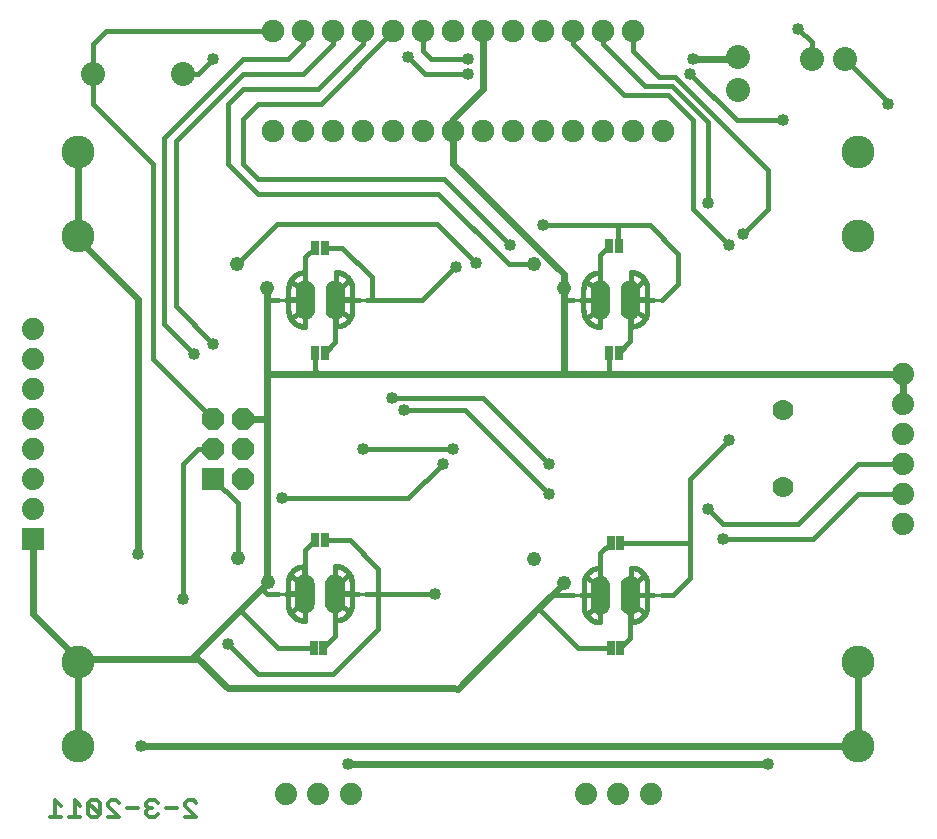
<source format=gbr>
G04 EAGLE Gerber RS-274X export*
G75*
%MOMM*%
%FSLAX34Y34*%
%LPD*%
%INBottom Copper*%
%IPPOS*%
%AMOC8*
5,1,8,0,0,1.08239X$1,22.5*%
G01*
%ADD10C,0.355600*%
%ADD11C,1.879600*%
%ADD12C,2.781300*%
%ADD13C,1.778000*%
%ADD14C,0.406400*%
%ADD15C,1.209600*%
%ADD16C,1.498600*%
%ADD17R,1.879600X1.879600*%
%ADD18P,2.034460X8X112.500000*%
%ADD19C,2.032000*%
%ADD20C,1.905000*%
%ADD21R,0.635000X1.270000*%
%ADD22C,0.609600*%
%ADD23C,0.254000*%
%ADD24C,1.016000*%

G36*
X269444Y178220D02*
X269444Y178220D01*
X269491Y178232D01*
X269567Y178241D01*
X270971Y178628D01*
X271015Y178649D01*
X271087Y178673D01*
X272390Y179326D01*
X272428Y179355D01*
X272495Y179393D01*
X273644Y180288D01*
X273677Y180324D01*
X273735Y180373D01*
X274688Y181476D01*
X274712Y181517D01*
X274759Y181577D01*
X275479Y182844D01*
X275491Y182879D01*
X275493Y182880D01*
X275497Y182894D01*
X275529Y182958D01*
X275988Y184341D01*
X275995Y184388D01*
X276015Y184462D01*
X276195Y185908D01*
X276194Y185941D01*
X276200Y185984D01*
X276249Y203129D01*
X276243Y203165D01*
X276244Y203214D01*
X276050Y204671D01*
X276036Y204717D01*
X276022Y204792D01*
X275548Y206184D01*
X275525Y206226D01*
X275497Y206297D01*
X274761Y207569D01*
X274729Y207606D01*
X274688Y207670D01*
X273718Y208774D01*
X273680Y208804D01*
X273627Y208859D01*
X272460Y209752D01*
X272417Y209774D01*
X272354Y209817D01*
X271036Y210466D01*
X270989Y210479D01*
X270919Y210510D01*
X269499Y210888D01*
X269451Y210892D01*
X269376Y210909D01*
X267910Y211003D01*
X267866Y210998D01*
X267800Y211000D01*
X266322Y210838D01*
X266276Y210824D01*
X266200Y210812D01*
X264783Y210364D01*
X264740Y210342D01*
X264669Y210315D01*
X263366Y209599D01*
X263329Y209569D01*
X263263Y209529D01*
X262125Y208573D01*
X262095Y208536D01*
X262039Y208484D01*
X261109Y207324D01*
X261086Y207282D01*
X261041Y207220D01*
X260356Y205901D01*
X260341Y205855D01*
X260309Y205785D01*
X259895Y204358D01*
X259889Y204310D01*
X259872Y204236D01*
X259743Y202755D01*
X259745Y202731D01*
X259741Y202700D01*
X259741Y186037D01*
X259746Y186006D01*
X259745Y185963D01*
X259915Y184516D01*
X259929Y184470D01*
X259941Y184395D01*
X260390Y183009D01*
X260413Y182966D01*
X260440Y182895D01*
X261151Y181623D01*
X261174Y181595D01*
X261180Y181580D01*
X261196Y181562D01*
X261222Y181521D01*
X262167Y180412D01*
X262204Y180382D01*
X262257Y180326D01*
X263400Y179423D01*
X263442Y179400D01*
X263505Y179356D01*
X264802Y178694D01*
X264849Y178680D01*
X264918Y178648D01*
X266320Y178252D01*
X266368Y178247D01*
X266443Y178230D01*
X267895Y178115D01*
X267935Y178119D01*
X267991Y178114D01*
X269444Y178220D01*
G37*
G36*
X244044Y178220D02*
X244044Y178220D01*
X244091Y178232D01*
X244167Y178241D01*
X245571Y178628D01*
X245615Y178649D01*
X245687Y178673D01*
X246990Y179326D01*
X247028Y179355D01*
X247095Y179393D01*
X248244Y180288D01*
X248277Y180324D01*
X248335Y180373D01*
X249288Y181476D01*
X249312Y181517D01*
X249359Y181577D01*
X250079Y182844D01*
X250091Y182879D01*
X250093Y182880D01*
X250097Y182894D01*
X250129Y182958D01*
X250588Y184341D01*
X250595Y184388D01*
X250615Y184462D01*
X250795Y185908D01*
X250794Y185941D01*
X250800Y185984D01*
X250849Y203129D01*
X250843Y203165D01*
X250844Y203214D01*
X250650Y204671D01*
X250636Y204717D01*
X250622Y204792D01*
X250148Y206184D01*
X250125Y206226D01*
X250097Y206297D01*
X249361Y207569D01*
X249329Y207606D01*
X249288Y207670D01*
X248318Y208774D01*
X248280Y208804D01*
X248227Y208859D01*
X247060Y209752D01*
X247017Y209774D01*
X246954Y209817D01*
X245636Y210466D01*
X245589Y210479D01*
X245519Y210510D01*
X244099Y210888D01*
X244051Y210892D01*
X243976Y210909D01*
X242510Y211003D01*
X242466Y210998D01*
X242400Y211000D01*
X240922Y210838D01*
X240876Y210824D01*
X240800Y210812D01*
X239383Y210364D01*
X239340Y210342D01*
X239269Y210315D01*
X237966Y209599D01*
X237929Y209569D01*
X237863Y209529D01*
X236725Y208573D01*
X236695Y208536D01*
X236639Y208484D01*
X235709Y207324D01*
X235686Y207282D01*
X235641Y207220D01*
X234956Y205901D01*
X234941Y205855D01*
X234909Y205785D01*
X234495Y204358D01*
X234489Y204310D01*
X234472Y204236D01*
X234343Y202755D01*
X234345Y202731D01*
X234341Y202700D01*
X234341Y186037D01*
X234346Y186006D01*
X234345Y185963D01*
X234515Y184516D01*
X234529Y184470D01*
X234541Y184395D01*
X234990Y183009D01*
X235013Y182966D01*
X235040Y182895D01*
X235751Y181623D01*
X235774Y181595D01*
X235780Y181580D01*
X235796Y181562D01*
X235822Y181521D01*
X236767Y180412D01*
X236804Y180382D01*
X236857Y180326D01*
X238000Y179423D01*
X238042Y179400D01*
X238105Y179356D01*
X239402Y178694D01*
X239449Y178680D01*
X239518Y178648D01*
X240920Y178252D01*
X240968Y178247D01*
X241043Y178230D01*
X242495Y178115D01*
X242535Y178119D01*
X242591Y178114D01*
X244044Y178220D01*
G37*
G36*
X519609Y176874D02*
X519609Y176874D01*
X519656Y176886D01*
X519732Y176895D01*
X521136Y177282D01*
X521180Y177303D01*
X521252Y177327D01*
X522555Y177980D01*
X522593Y178009D01*
X522660Y178047D01*
X523809Y178942D01*
X523842Y178978D01*
X523900Y179027D01*
X524853Y180130D01*
X524877Y180171D01*
X524924Y180231D01*
X525644Y181498D01*
X525656Y181533D01*
X525658Y181534D01*
X525662Y181548D01*
X525694Y181612D01*
X526153Y182995D01*
X526160Y183042D01*
X526180Y183116D01*
X526360Y184562D01*
X526359Y184595D01*
X526365Y184638D01*
X526414Y201783D01*
X526408Y201819D01*
X526409Y201868D01*
X526215Y203325D01*
X526201Y203371D01*
X526187Y203446D01*
X525713Y204838D01*
X525690Y204880D01*
X525662Y204951D01*
X524926Y206223D01*
X524894Y206260D01*
X524853Y206324D01*
X523883Y207428D01*
X523845Y207458D01*
X523792Y207513D01*
X522625Y208406D01*
X522582Y208428D01*
X522519Y208471D01*
X521201Y209120D01*
X521154Y209133D01*
X521084Y209164D01*
X519664Y209542D01*
X519616Y209546D01*
X519541Y209563D01*
X518075Y209657D01*
X518031Y209652D01*
X517965Y209654D01*
X516487Y209492D01*
X516441Y209478D01*
X516365Y209466D01*
X514948Y209018D01*
X514905Y208996D01*
X514834Y208969D01*
X513531Y208253D01*
X513494Y208223D01*
X513428Y208183D01*
X512290Y207227D01*
X512260Y207190D01*
X512204Y207138D01*
X511274Y205978D01*
X511251Y205936D01*
X511206Y205874D01*
X510521Y204555D01*
X510506Y204509D01*
X510474Y204439D01*
X510060Y203012D01*
X510054Y202964D01*
X510037Y202890D01*
X509908Y201409D01*
X509910Y201385D01*
X509906Y201354D01*
X509906Y184691D01*
X509911Y184660D01*
X509910Y184617D01*
X510080Y183170D01*
X510094Y183124D01*
X510106Y183049D01*
X510555Y181663D01*
X510578Y181620D01*
X510605Y181549D01*
X511316Y180277D01*
X511339Y180249D01*
X511345Y180234D01*
X511361Y180216D01*
X511387Y180175D01*
X512332Y179066D01*
X512369Y179036D01*
X512422Y178980D01*
X513565Y178077D01*
X513607Y178054D01*
X513670Y178010D01*
X514967Y177348D01*
X515014Y177334D01*
X515083Y177302D01*
X516485Y176906D01*
X516533Y176901D01*
X516608Y176884D01*
X518060Y176769D01*
X518100Y176773D01*
X518156Y176768D01*
X519609Y176874D01*
G37*
G36*
X494209Y176874D02*
X494209Y176874D01*
X494256Y176886D01*
X494332Y176895D01*
X495736Y177282D01*
X495780Y177303D01*
X495852Y177327D01*
X497155Y177980D01*
X497193Y178009D01*
X497260Y178047D01*
X498409Y178942D01*
X498442Y178978D01*
X498500Y179027D01*
X499453Y180130D01*
X499477Y180171D01*
X499524Y180231D01*
X500244Y181498D01*
X500256Y181533D01*
X500258Y181534D01*
X500262Y181548D01*
X500294Y181612D01*
X500753Y182995D01*
X500760Y183042D01*
X500780Y183116D01*
X500960Y184562D01*
X500959Y184595D01*
X500965Y184638D01*
X501014Y201783D01*
X501008Y201819D01*
X501009Y201868D01*
X500815Y203325D01*
X500801Y203371D01*
X500787Y203446D01*
X500313Y204838D01*
X500290Y204880D01*
X500262Y204951D01*
X499526Y206223D01*
X499494Y206260D01*
X499453Y206324D01*
X498483Y207428D01*
X498445Y207458D01*
X498392Y207513D01*
X497225Y208406D01*
X497182Y208428D01*
X497119Y208471D01*
X495801Y209120D01*
X495754Y209133D01*
X495684Y209164D01*
X494264Y209542D01*
X494216Y209546D01*
X494141Y209563D01*
X492675Y209657D01*
X492631Y209652D01*
X492565Y209654D01*
X491087Y209492D01*
X491041Y209478D01*
X490965Y209466D01*
X489548Y209018D01*
X489505Y208996D01*
X489434Y208969D01*
X488131Y208253D01*
X488094Y208223D01*
X488028Y208183D01*
X486890Y207227D01*
X486860Y207190D01*
X486804Y207138D01*
X485874Y205978D01*
X485851Y205936D01*
X485806Y205874D01*
X485121Y204555D01*
X485106Y204509D01*
X485074Y204439D01*
X484660Y203012D01*
X484654Y202964D01*
X484637Y202890D01*
X484508Y201409D01*
X484510Y201385D01*
X484506Y201354D01*
X484506Y184691D01*
X484511Y184660D01*
X484510Y184617D01*
X484680Y183170D01*
X484694Y183124D01*
X484706Y183049D01*
X485155Y181663D01*
X485178Y181620D01*
X485205Y181549D01*
X485916Y180277D01*
X485939Y180249D01*
X485945Y180234D01*
X485961Y180216D01*
X485987Y180175D01*
X486932Y179066D01*
X486969Y179036D01*
X487022Y178980D01*
X488165Y178077D01*
X488207Y178054D01*
X488270Y178010D01*
X489567Y177348D01*
X489614Y177334D01*
X489683Y177302D01*
X491085Y176906D01*
X491133Y176901D01*
X491208Y176884D01*
X492660Y176769D01*
X492700Y176773D01*
X492756Y176768D01*
X494209Y176874D01*
G37*
G36*
X269749Y427115D02*
X269749Y427115D01*
X269796Y427127D01*
X269872Y427136D01*
X271276Y427523D01*
X271320Y427544D01*
X271392Y427568D01*
X272695Y428221D01*
X272733Y428250D01*
X272800Y428288D01*
X273949Y429183D01*
X273982Y429219D01*
X274040Y429268D01*
X274993Y430371D01*
X275017Y430412D01*
X275064Y430472D01*
X275784Y431739D01*
X275796Y431774D01*
X275798Y431776D01*
X275802Y431788D01*
X275834Y431853D01*
X276293Y433236D01*
X276300Y433283D01*
X276320Y433357D01*
X276500Y434803D01*
X276499Y434836D01*
X276505Y434879D01*
X276554Y452024D01*
X276548Y452060D01*
X276549Y452109D01*
X276355Y453566D01*
X276341Y453612D01*
X276327Y453687D01*
X275853Y455079D01*
X275830Y455121D01*
X275802Y455192D01*
X275066Y456464D01*
X275034Y456501D01*
X274993Y456565D01*
X274023Y457669D01*
X273985Y457699D01*
X273932Y457754D01*
X272765Y458647D01*
X272722Y458669D01*
X272659Y458712D01*
X271341Y459361D01*
X271294Y459374D01*
X271224Y459405D01*
X269804Y459783D01*
X269756Y459787D01*
X269681Y459804D01*
X268215Y459898D01*
X268171Y459893D01*
X268105Y459895D01*
X266627Y459733D01*
X266581Y459719D01*
X266505Y459707D01*
X265088Y459259D01*
X265045Y459237D01*
X264974Y459210D01*
X263671Y458494D01*
X263634Y458464D01*
X263568Y458424D01*
X262430Y457468D01*
X262400Y457431D01*
X262344Y457379D01*
X261414Y456219D01*
X261391Y456177D01*
X261346Y456115D01*
X260661Y454796D01*
X260646Y454750D01*
X260614Y454680D01*
X260200Y453253D01*
X260194Y453205D01*
X260177Y453131D01*
X260048Y451650D01*
X260050Y451626D01*
X260046Y451595D01*
X260046Y434932D01*
X260051Y434901D01*
X260050Y434858D01*
X260220Y433411D01*
X260234Y433365D01*
X260246Y433290D01*
X260695Y431904D01*
X260718Y431861D01*
X260745Y431790D01*
X261456Y430518D01*
X261479Y430490D01*
X261485Y430475D01*
X261501Y430458D01*
X261527Y430416D01*
X262472Y429307D01*
X262509Y429277D01*
X262562Y429221D01*
X263705Y428318D01*
X263747Y428295D01*
X263810Y428251D01*
X265107Y427589D01*
X265154Y427575D01*
X265223Y427543D01*
X266625Y427147D01*
X266673Y427142D01*
X266748Y427125D01*
X268200Y427010D01*
X268240Y427014D01*
X268296Y427009D01*
X269749Y427115D01*
G37*
G36*
X244349Y427115D02*
X244349Y427115D01*
X244396Y427127D01*
X244472Y427136D01*
X245876Y427523D01*
X245920Y427544D01*
X245992Y427568D01*
X247295Y428221D01*
X247333Y428250D01*
X247400Y428288D01*
X248549Y429183D01*
X248582Y429219D01*
X248640Y429268D01*
X249593Y430371D01*
X249617Y430412D01*
X249664Y430472D01*
X250384Y431739D01*
X250396Y431774D01*
X250398Y431776D01*
X250402Y431788D01*
X250434Y431853D01*
X250893Y433236D01*
X250900Y433283D01*
X250920Y433357D01*
X251100Y434803D01*
X251099Y434836D01*
X251105Y434879D01*
X251154Y452024D01*
X251148Y452060D01*
X251149Y452109D01*
X250955Y453566D01*
X250941Y453612D01*
X250927Y453687D01*
X250453Y455079D01*
X250430Y455121D01*
X250402Y455192D01*
X249666Y456464D01*
X249634Y456501D01*
X249593Y456565D01*
X248623Y457669D01*
X248585Y457699D01*
X248532Y457754D01*
X247365Y458647D01*
X247322Y458669D01*
X247259Y458712D01*
X245941Y459361D01*
X245894Y459374D01*
X245824Y459405D01*
X244404Y459783D01*
X244356Y459787D01*
X244281Y459804D01*
X242815Y459898D01*
X242771Y459893D01*
X242705Y459895D01*
X241227Y459733D01*
X241181Y459719D01*
X241105Y459707D01*
X239688Y459259D01*
X239645Y459237D01*
X239574Y459210D01*
X238271Y458494D01*
X238234Y458464D01*
X238168Y458424D01*
X237030Y457468D01*
X237000Y457431D01*
X236944Y457379D01*
X236014Y456219D01*
X235991Y456177D01*
X235946Y456115D01*
X235261Y454796D01*
X235246Y454750D01*
X235214Y454680D01*
X234800Y453253D01*
X234794Y453205D01*
X234777Y453131D01*
X234648Y451650D01*
X234650Y451626D01*
X234646Y451595D01*
X234646Y434932D01*
X234651Y434901D01*
X234650Y434858D01*
X234820Y433411D01*
X234834Y433365D01*
X234846Y433290D01*
X235295Y431904D01*
X235318Y431861D01*
X235345Y431790D01*
X236056Y430518D01*
X236079Y430490D01*
X236085Y430475D01*
X236101Y430458D01*
X236127Y430416D01*
X237072Y429307D01*
X237109Y429277D01*
X237162Y429221D01*
X238305Y428318D01*
X238347Y428295D01*
X238410Y428251D01*
X239707Y427589D01*
X239754Y427575D01*
X239823Y427543D01*
X241225Y427147D01*
X241273Y427142D01*
X241348Y427125D01*
X242800Y427010D01*
X242840Y427014D01*
X242896Y427009D01*
X244349Y427115D01*
G37*
G36*
X519583Y427039D02*
X519583Y427039D01*
X519630Y427051D01*
X519706Y427060D01*
X521110Y427447D01*
X521154Y427468D01*
X521226Y427492D01*
X522529Y428145D01*
X522567Y428174D01*
X522634Y428212D01*
X523783Y429107D01*
X523816Y429143D01*
X523874Y429192D01*
X524827Y430295D01*
X524851Y430336D01*
X524898Y430396D01*
X525618Y431663D01*
X525630Y431698D01*
X525632Y431700D01*
X525636Y431712D01*
X525668Y431777D01*
X526127Y433160D01*
X526134Y433207D01*
X526154Y433281D01*
X526334Y434727D01*
X526333Y434760D01*
X526339Y434803D01*
X526388Y451948D01*
X526382Y451984D01*
X526383Y452033D01*
X526189Y453490D01*
X526175Y453536D01*
X526161Y453611D01*
X525687Y455003D01*
X525664Y455045D01*
X525636Y455116D01*
X524900Y456388D01*
X524868Y456425D01*
X524827Y456489D01*
X523857Y457593D01*
X523819Y457623D01*
X523766Y457678D01*
X522599Y458571D01*
X522556Y458593D01*
X522493Y458636D01*
X521175Y459285D01*
X521128Y459298D01*
X521058Y459329D01*
X519638Y459707D01*
X519590Y459711D01*
X519515Y459728D01*
X518049Y459822D01*
X518005Y459817D01*
X517939Y459819D01*
X516461Y459657D01*
X516415Y459643D01*
X516339Y459631D01*
X514922Y459183D01*
X514879Y459161D01*
X514808Y459134D01*
X513505Y458418D01*
X513468Y458388D01*
X513402Y458348D01*
X512264Y457392D01*
X512234Y457355D01*
X512178Y457303D01*
X511248Y456143D01*
X511225Y456101D01*
X511180Y456039D01*
X510495Y454720D01*
X510480Y454674D01*
X510448Y454604D01*
X510034Y453177D01*
X510028Y453129D01*
X510011Y453055D01*
X509882Y451574D01*
X509884Y451550D01*
X509880Y451519D01*
X509880Y434856D01*
X509885Y434825D01*
X509884Y434782D01*
X510054Y433335D01*
X510068Y433289D01*
X510080Y433214D01*
X510529Y431828D01*
X510552Y431785D01*
X510579Y431714D01*
X511290Y430442D01*
X511313Y430414D01*
X511319Y430399D01*
X511335Y430382D01*
X511361Y430340D01*
X512306Y429231D01*
X512343Y429201D01*
X512396Y429145D01*
X513539Y428242D01*
X513581Y428219D01*
X513644Y428175D01*
X514941Y427513D01*
X514988Y427499D01*
X515057Y427467D01*
X516459Y427071D01*
X516507Y427066D01*
X516582Y427049D01*
X518034Y426934D01*
X518074Y426938D01*
X518130Y426933D01*
X519583Y427039D01*
G37*
G36*
X494183Y427039D02*
X494183Y427039D01*
X494230Y427051D01*
X494306Y427060D01*
X495710Y427447D01*
X495754Y427468D01*
X495826Y427492D01*
X497129Y428145D01*
X497167Y428174D01*
X497234Y428212D01*
X498383Y429107D01*
X498416Y429143D01*
X498474Y429192D01*
X499427Y430295D01*
X499451Y430336D01*
X499498Y430396D01*
X500218Y431663D01*
X500230Y431698D01*
X500232Y431700D01*
X500236Y431712D01*
X500268Y431777D01*
X500727Y433160D01*
X500734Y433207D01*
X500754Y433281D01*
X500934Y434727D01*
X500933Y434760D01*
X500939Y434803D01*
X500988Y451948D01*
X500982Y451984D01*
X500983Y452033D01*
X500789Y453490D01*
X500775Y453536D01*
X500761Y453611D01*
X500287Y455003D01*
X500264Y455045D01*
X500236Y455116D01*
X499500Y456388D01*
X499468Y456425D01*
X499427Y456489D01*
X498457Y457593D01*
X498419Y457623D01*
X498366Y457678D01*
X497199Y458571D01*
X497156Y458593D01*
X497093Y458636D01*
X495775Y459285D01*
X495728Y459298D01*
X495658Y459329D01*
X494238Y459707D01*
X494190Y459711D01*
X494115Y459728D01*
X492649Y459822D01*
X492605Y459817D01*
X492539Y459819D01*
X491061Y459657D01*
X491015Y459643D01*
X490939Y459631D01*
X489522Y459183D01*
X489479Y459161D01*
X489408Y459134D01*
X488105Y458418D01*
X488068Y458388D01*
X488002Y458348D01*
X486864Y457392D01*
X486834Y457355D01*
X486778Y457303D01*
X485848Y456143D01*
X485825Y456101D01*
X485780Y456039D01*
X485095Y454720D01*
X485080Y454674D01*
X485048Y454604D01*
X484634Y453177D01*
X484628Y453129D01*
X484611Y453055D01*
X484482Y451574D01*
X484484Y451550D01*
X484480Y451519D01*
X484480Y434856D01*
X484485Y434825D01*
X484484Y434782D01*
X484654Y433335D01*
X484668Y433289D01*
X484680Y433214D01*
X485129Y431828D01*
X485152Y431785D01*
X485179Y431714D01*
X485890Y430442D01*
X485913Y430414D01*
X485919Y430399D01*
X485935Y430382D01*
X485961Y430340D01*
X486906Y429231D01*
X486943Y429201D01*
X486996Y429145D01*
X488139Y428242D01*
X488181Y428219D01*
X488244Y428175D01*
X489541Y427513D01*
X489588Y427499D01*
X489657Y427467D01*
X491059Y427071D01*
X491107Y427066D01*
X491182Y427049D01*
X492634Y426934D01*
X492674Y426938D01*
X492730Y426933D01*
X494183Y427039D01*
G37*
D10*
X141131Y5588D02*
X150622Y5588D01*
X141131Y15079D01*
X141131Y17451D01*
X143504Y19824D01*
X148249Y19824D01*
X150622Y17451D01*
X134250Y12706D02*
X124760Y12706D01*
X117879Y17451D02*
X115506Y19824D01*
X110761Y19824D01*
X108388Y17451D01*
X108388Y15079D01*
X110761Y12706D01*
X113134Y12706D01*
X110761Y12706D02*
X108388Y10333D01*
X108388Y7961D01*
X110761Y5588D01*
X115506Y5588D01*
X117879Y7961D01*
X101507Y12706D02*
X92017Y12706D01*
X85136Y5588D02*
X75645Y5588D01*
X85136Y5588D02*
X75645Y15079D01*
X75645Y17451D01*
X78018Y19824D01*
X82763Y19824D01*
X85136Y17451D01*
X68764Y17451D02*
X68764Y7961D01*
X68764Y17451D02*
X66392Y19824D01*
X61646Y19824D01*
X59273Y17451D01*
X59273Y7961D01*
X61646Y5588D01*
X66392Y5588D01*
X68764Y7961D01*
X59273Y17451D01*
X52393Y15079D02*
X47647Y19824D01*
X47647Y5588D01*
X42902Y5588D02*
X52393Y5588D01*
X36021Y15079D02*
X31276Y19824D01*
X31276Y5588D01*
X36021Y5588D02*
X26530Y5588D01*
D11*
X281178Y25400D03*
X254000Y25400D03*
X226822Y25400D03*
X535178Y25400D03*
X508000Y25400D03*
X480822Y25400D03*
D12*
X50800Y497840D03*
X50800Y568960D03*
X50800Y137160D03*
X50800Y66040D03*
D13*
X647700Y285000D03*
X647700Y350000D03*
D14*
X242290Y420505D02*
X241944Y420524D01*
X241598Y420553D01*
X241253Y420589D01*
X240909Y420634D01*
X240566Y420687D01*
X240225Y420749D01*
X239885Y420818D01*
X239547Y420896D01*
X239211Y420982D01*
X238877Y421076D01*
X238546Y421178D01*
X238217Y421288D01*
X237891Y421406D01*
X237568Y421532D01*
X237248Y421666D01*
X236931Y421807D01*
X236618Y421956D01*
X236308Y422113D01*
X236003Y422276D01*
X235701Y422448D01*
X235404Y422626D01*
X235111Y422812D01*
X234822Y423004D01*
X234538Y423204D01*
X234260Y423410D01*
X233986Y423623D01*
X233717Y423843D01*
X233454Y424069D01*
X233197Y424301D01*
X232945Y424540D01*
X232699Y424784D01*
X232459Y425034D01*
X232225Y425291D01*
X231997Y425552D01*
X231776Y425819D01*
X231561Y426092D01*
X231353Y426369D01*
X231152Y426651D01*
X230957Y426939D01*
X230770Y427230D01*
X230589Y427527D01*
X230416Y427827D01*
X230250Y428132D01*
X230092Y428440D01*
X229941Y428753D01*
X229798Y429068D01*
X229662Y429388D01*
X229534Y429710D01*
X229414Y430035D01*
X229302Y430364D01*
X229197Y430694D01*
X229101Y431028D01*
X229013Y431363D01*
X228933Y431701D01*
X228861Y432040D01*
X228798Y432381D01*
X228742Y432723D01*
X228695Y433067D01*
X228656Y433411D01*
X228626Y433757D01*
X228604Y434103D01*
X228590Y434450D01*
X228585Y434797D01*
X228588Y435143D01*
X228600Y435490D01*
X228600Y453221D01*
X228599Y453221D02*
X228610Y453551D01*
X228629Y453881D01*
X228657Y454210D01*
X228692Y454539D01*
X228735Y454866D01*
X228786Y455193D01*
X228844Y455518D01*
X228911Y455841D01*
X228985Y456163D01*
X229068Y456483D01*
X229158Y456801D01*
X229255Y457117D01*
X229360Y457430D01*
X229473Y457740D01*
X229593Y458048D01*
X229721Y458353D01*
X229856Y458654D01*
X229998Y458952D01*
X230147Y459247D01*
X230304Y459538D01*
X230467Y459825D01*
X230638Y460108D01*
X230815Y460387D01*
X230998Y460662D01*
X231189Y460932D01*
X231386Y461197D01*
X231589Y461457D01*
X231798Y461713D01*
X232014Y461963D01*
X232236Y462208D01*
X232463Y462448D01*
X232696Y462682D01*
X232935Y462910D01*
X233179Y463132D01*
X233429Y463349D01*
X233683Y463559D01*
X233943Y463763D01*
X234208Y463961D01*
X234477Y464153D01*
X234751Y464337D01*
X235029Y464516D01*
X235312Y464687D01*
X235598Y464851D01*
X235888Y465009D01*
X236183Y465159D01*
X236480Y465303D01*
X236781Y465439D01*
X237086Y465567D01*
X237393Y465689D01*
X237703Y465802D01*
X238016Y465909D01*
X238331Y466007D01*
X238649Y466099D01*
X238968Y466182D01*
X239290Y466257D01*
X239613Y466325D01*
X239938Y466385D01*
X240264Y466437D01*
X240592Y466481D01*
X240920Y466518D01*
X241249Y466546D01*
X241579Y466566D01*
X241909Y466579D01*
X242239Y466583D01*
X242570Y466579D01*
X242493Y466606D02*
X242620Y420657D01*
X236448Y443669D02*
X229158Y443669D01*
X236321Y454972D02*
X230911Y458757D01*
X236448Y432239D02*
X231063Y427159D01*
X268885Y466910D02*
X269231Y466891D01*
X269577Y466862D01*
X269922Y466826D01*
X270266Y466781D01*
X270609Y466728D01*
X270950Y466667D01*
X271290Y466597D01*
X271628Y466519D01*
X271964Y466433D01*
X272298Y466339D01*
X272629Y466237D01*
X272958Y466127D01*
X273284Y466009D01*
X273607Y465883D01*
X273927Y465749D01*
X274244Y465608D01*
X274557Y465459D01*
X274867Y465303D01*
X275173Y465139D01*
X275474Y464968D01*
X275772Y464789D01*
X276065Y464604D01*
X276353Y464411D01*
X276637Y464211D01*
X276916Y464005D01*
X277189Y463792D01*
X277458Y463572D01*
X277721Y463346D01*
X277978Y463114D01*
X278230Y462876D01*
X278476Y462631D01*
X278716Y462381D01*
X278950Y462125D01*
X279178Y461863D01*
X279399Y461596D01*
X279614Y461324D01*
X279822Y461046D01*
X280024Y460764D01*
X280218Y460477D01*
X280406Y460185D01*
X280586Y459889D01*
X280759Y459588D01*
X280925Y459283D01*
X281083Y458975D01*
X281234Y458663D01*
X281378Y458347D01*
X281513Y458028D01*
X281641Y457705D01*
X281761Y457380D01*
X281874Y457052D01*
X281978Y456721D01*
X282074Y456388D01*
X282162Y456052D01*
X282242Y455715D01*
X282314Y455375D01*
X282378Y455034D01*
X282433Y454692D01*
X282480Y454348D01*
X282519Y454004D01*
X282549Y453658D01*
X282571Y453312D01*
X282585Y452965D01*
X282590Y452619D01*
X282587Y452272D01*
X282575Y451925D01*
X282575Y434194D01*
X282576Y434194D02*
X282565Y433864D01*
X282546Y433534D01*
X282518Y433205D01*
X282483Y432876D01*
X282440Y432549D01*
X282390Y432222D01*
X282331Y431897D01*
X282264Y431574D01*
X282190Y431252D01*
X282108Y430932D01*
X282018Y430614D01*
X281920Y430298D01*
X281815Y429985D01*
X281702Y429675D01*
X281582Y429367D01*
X281454Y429062D01*
X281320Y428761D01*
X281177Y428462D01*
X281028Y428168D01*
X280872Y427877D01*
X280708Y427590D01*
X280538Y427307D01*
X280361Y427028D01*
X280177Y426753D01*
X279986Y426483D01*
X279790Y426218D01*
X279586Y425958D01*
X279377Y425702D01*
X279161Y425452D01*
X278940Y425207D01*
X278712Y424967D01*
X278479Y424733D01*
X278240Y424505D01*
X277996Y424282D01*
X277746Y424066D01*
X277492Y423855D01*
X277232Y423651D01*
X276968Y423453D01*
X276698Y423262D01*
X276424Y423077D01*
X276146Y422899D01*
X275864Y422728D01*
X275577Y422563D01*
X275287Y422406D01*
X274993Y422255D01*
X274695Y422112D01*
X274394Y421976D01*
X274090Y421847D01*
X273782Y421726D01*
X273472Y421612D01*
X273159Y421506D01*
X272844Y421407D01*
X272527Y421316D01*
X272207Y421233D01*
X271885Y421157D01*
X271562Y421090D01*
X271237Y421030D01*
X270911Y420978D01*
X270584Y420933D01*
X270255Y420897D01*
X269926Y420869D01*
X269596Y420849D01*
X269266Y420836D01*
X268936Y420832D01*
X268605Y420836D01*
X268682Y420809D02*
X268555Y466758D01*
X274727Y443746D02*
X282017Y443746D01*
X274854Y432443D02*
X280264Y428658D01*
X274727Y455176D02*
X280112Y460256D01*
X478434Y435414D02*
X478422Y435067D01*
X478419Y434721D01*
X478424Y434374D01*
X478438Y434027D01*
X478460Y433681D01*
X478490Y433335D01*
X478529Y432991D01*
X478576Y432647D01*
X478632Y432305D01*
X478695Y431964D01*
X478767Y431625D01*
X478847Y431287D01*
X478935Y430952D01*
X479031Y430618D01*
X479136Y430288D01*
X479248Y429959D01*
X479368Y429634D01*
X479496Y429312D01*
X479632Y428992D01*
X479775Y428677D01*
X479926Y428364D01*
X480084Y428056D01*
X480250Y427751D01*
X480423Y427451D01*
X480604Y427154D01*
X480791Y426863D01*
X480986Y426575D01*
X481187Y426293D01*
X481395Y426016D01*
X481610Y425743D01*
X481831Y425476D01*
X482059Y425215D01*
X482293Y424958D01*
X482533Y424708D01*
X482779Y424464D01*
X483031Y424225D01*
X483288Y423993D01*
X483551Y423767D01*
X483820Y423547D01*
X484094Y423334D01*
X484372Y423128D01*
X484656Y422928D01*
X484945Y422736D01*
X485238Y422550D01*
X485535Y422372D01*
X485837Y422200D01*
X486142Y422037D01*
X486452Y421880D01*
X486765Y421731D01*
X487082Y421590D01*
X487402Y421456D01*
X487725Y421330D01*
X488051Y421212D01*
X488380Y421102D01*
X488711Y421000D01*
X489045Y420906D01*
X489381Y420820D01*
X489719Y420742D01*
X490059Y420673D01*
X490400Y420611D01*
X490743Y420558D01*
X491087Y420513D01*
X491432Y420477D01*
X491778Y420448D01*
X492124Y420429D01*
X478434Y435414D02*
X478434Y453145D01*
X478433Y453145D02*
X478444Y453475D01*
X478463Y453805D01*
X478491Y454134D01*
X478526Y454463D01*
X478569Y454790D01*
X478620Y455117D01*
X478678Y455442D01*
X478745Y455765D01*
X478819Y456087D01*
X478902Y456407D01*
X478992Y456725D01*
X479089Y457041D01*
X479194Y457354D01*
X479307Y457664D01*
X479427Y457972D01*
X479555Y458277D01*
X479690Y458578D01*
X479832Y458876D01*
X479981Y459171D01*
X480138Y459462D01*
X480301Y459749D01*
X480472Y460032D01*
X480649Y460311D01*
X480832Y460586D01*
X481023Y460856D01*
X481220Y461121D01*
X481423Y461381D01*
X481632Y461637D01*
X481848Y461887D01*
X482070Y462132D01*
X482297Y462372D01*
X482530Y462606D01*
X482769Y462834D01*
X483013Y463056D01*
X483263Y463273D01*
X483517Y463483D01*
X483777Y463687D01*
X484042Y463885D01*
X484311Y464077D01*
X484585Y464261D01*
X484863Y464440D01*
X485146Y464611D01*
X485432Y464775D01*
X485722Y464933D01*
X486017Y465083D01*
X486314Y465227D01*
X486615Y465363D01*
X486920Y465491D01*
X487227Y465613D01*
X487537Y465726D01*
X487850Y465833D01*
X488165Y465931D01*
X488483Y466023D01*
X488802Y466106D01*
X489124Y466181D01*
X489447Y466249D01*
X489772Y466309D01*
X490098Y466361D01*
X490426Y466405D01*
X490754Y466442D01*
X491083Y466470D01*
X491413Y466490D01*
X491743Y466503D01*
X492073Y466507D01*
X492404Y466503D01*
X492327Y466530D02*
X492454Y420581D01*
X486282Y443593D02*
X478992Y443593D01*
X486155Y454896D02*
X480745Y458681D01*
X486282Y432163D02*
X480897Y427083D01*
X518719Y466834D02*
X519065Y466815D01*
X519411Y466786D01*
X519756Y466750D01*
X520100Y466705D01*
X520443Y466652D01*
X520784Y466591D01*
X521124Y466521D01*
X521462Y466443D01*
X521798Y466357D01*
X522132Y466263D01*
X522463Y466161D01*
X522792Y466051D01*
X523118Y465933D01*
X523441Y465807D01*
X523761Y465673D01*
X524078Y465532D01*
X524391Y465383D01*
X524701Y465227D01*
X525007Y465063D01*
X525308Y464892D01*
X525606Y464713D01*
X525899Y464528D01*
X526187Y464335D01*
X526471Y464135D01*
X526750Y463929D01*
X527023Y463716D01*
X527292Y463496D01*
X527555Y463270D01*
X527812Y463038D01*
X528064Y462800D01*
X528310Y462555D01*
X528550Y462305D01*
X528784Y462049D01*
X529012Y461787D01*
X529233Y461520D01*
X529448Y461248D01*
X529656Y460970D01*
X529858Y460688D01*
X530052Y460401D01*
X530240Y460109D01*
X530420Y459813D01*
X530593Y459512D01*
X530759Y459207D01*
X530917Y458899D01*
X531068Y458587D01*
X531212Y458271D01*
X531347Y457952D01*
X531475Y457629D01*
X531595Y457304D01*
X531708Y456976D01*
X531812Y456645D01*
X531908Y456312D01*
X531996Y455976D01*
X532076Y455639D01*
X532148Y455299D01*
X532212Y454958D01*
X532267Y454616D01*
X532314Y454272D01*
X532353Y453928D01*
X532383Y453582D01*
X532405Y453236D01*
X532419Y452889D01*
X532424Y452543D01*
X532421Y452196D01*
X532409Y451849D01*
X532409Y434118D01*
X532410Y434118D02*
X532399Y433788D01*
X532380Y433458D01*
X532352Y433129D01*
X532317Y432800D01*
X532274Y432473D01*
X532224Y432146D01*
X532165Y431821D01*
X532098Y431498D01*
X532024Y431176D01*
X531942Y430856D01*
X531852Y430538D01*
X531754Y430222D01*
X531649Y429909D01*
X531536Y429599D01*
X531416Y429291D01*
X531288Y428986D01*
X531154Y428685D01*
X531011Y428386D01*
X530862Y428092D01*
X530706Y427801D01*
X530542Y427514D01*
X530372Y427231D01*
X530195Y426952D01*
X530011Y426677D01*
X529820Y426407D01*
X529624Y426142D01*
X529420Y425882D01*
X529211Y425626D01*
X528995Y425376D01*
X528774Y425131D01*
X528546Y424891D01*
X528313Y424657D01*
X528074Y424429D01*
X527830Y424206D01*
X527580Y423990D01*
X527326Y423779D01*
X527066Y423575D01*
X526802Y423377D01*
X526532Y423186D01*
X526258Y423001D01*
X525980Y422823D01*
X525698Y422652D01*
X525411Y422487D01*
X525121Y422330D01*
X524827Y422179D01*
X524529Y422036D01*
X524228Y421900D01*
X523924Y421771D01*
X523616Y421650D01*
X523306Y421536D01*
X522993Y421430D01*
X522678Y421331D01*
X522361Y421240D01*
X522041Y421157D01*
X521719Y421081D01*
X521396Y421014D01*
X521071Y420954D01*
X520745Y420902D01*
X520418Y420857D01*
X520089Y420821D01*
X519760Y420793D01*
X519430Y420773D01*
X519100Y420760D01*
X518770Y420756D01*
X518439Y420760D01*
X518516Y420733D02*
X518389Y466682D01*
X524561Y443670D02*
X531851Y443670D01*
X524688Y432367D02*
X530098Y428582D01*
X524561Y455100D02*
X529946Y460180D01*
X228295Y186595D02*
X228283Y186248D01*
X228280Y185902D01*
X228285Y185555D01*
X228299Y185208D01*
X228321Y184862D01*
X228351Y184516D01*
X228390Y184172D01*
X228437Y183828D01*
X228493Y183486D01*
X228556Y183145D01*
X228628Y182806D01*
X228708Y182468D01*
X228796Y182133D01*
X228892Y181799D01*
X228997Y181469D01*
X229109Y181140D01*
X229229Y180815D01*
X229357Y180493D01*
X229493Y180173D01*
X229636Y179858D01*
X229787Y179545D01*
X229945Y179237D01*
X230111Y178932D01*
X230284Y178632D01*
X230465Y178335D01*
X230652Y178044D01*
X230847Y177756D01*
X231048Y177474D01*
X231256Y177197D01*
X231471Y176924D01*
X231692Y176657D01*
X231920Y176396D01*
X232154Y176139D01*
X232394Y175889D01*
X232640Y175645D01*
X232892Y175406D01*
X233149Y175174D01*
X233412Y174948D01*
X233681Y174728D01*
X233955Y174515D01*
X234233Y174309D01*
X234517Y174109D01*
X234806Y173917D01*
X235099Y173731D01*
X235396Y173553D01*
X235698Y173381D01*
X236003Y173218D01*
X236313Y173061D01*
X236626Y172912D01*
X236943Y172771D01*
X237263Y172637D01*
X237586Y172511D01*
X237912Y172393D01*
X238241Y172283D01*
X238572Y172181D01*
X238906Y172087D01*
X239242Y172001D01*
X239580Y171923D01*
X239920Y171854D01*
X240261Y171792D01*
X240604Y171739D01*
X240948Y171694D01*
X241293Y171658D01*
X241639Y171629D01*
X241985Y171610D01*
X228295Y186595D02*
X228295Y204326D01*
X228294Y204326D02*
X228305Y204656D01*
X228324Y204986D01*
X228352Y205315D01*
X228387Y205644D01*
X228430Y205971D01*
X228481Y206298D01*
X228539Y206623D01*
X228606Y206946D01*
X228680Y207268D01*
X228763Y207588D01*
X228853Y207906D01*
X228950Y208222D01*
X229055Y208535D01*
X229168Y208845D01*
X229288Y209153D01*
X229416Y209458D01*
X229551Y209759D01*
X229693Y210057D01*
X229842Y210352D01*
X229999Y210643D01*
X230162Y210930D01*
X230333Y211213D01*
X230510Y211492D01*
X230693Y211767D01*
X230884Y212037D01*
X231081Y212302D01*
X231284Y212562D01*
X231493Y212818D01*
X231709Y213068D01*
X231931Y213313D01*
X232158Y213553D01*
X232391Y213787D01*
X232630Y214015D01*
X232874Y214237D01*
X233124Y214454D01*
X233378Y214664D01*
X233638Y214868D01*
X233903Y215066D01*
X234172Y215258D01*
X234446Y215442D01*
X234724Y215621D01*
X235007Y215792D01*
X235293Y215956D01*
X235583Y216114D01*
X235878Y216264D01*
X236175Y216408D01*
X236476Y216544D01*
X236781Y216672D01*
X237088Y216794D01*
X237398Y216907D01*
X237711Y217014D01*
X238026Y217112D01*
X238344Y217204D01*
X238663Y217287D01*
X238985Y217362D01*
X239308Y217430D01*
X239633Y217490D01*
X239959Y217542D01*
X240287Y217586D01*
X240615Y217623D01*
X240944Y217651D01*
X241274Y217671D01*
X241604Y217684D01*
X241934Y217688D01*
X242265Y217684D01*
X242188Y217711D02*
X242315Y171762D01*
X236143Y194774D02*
X228853Y194774D01*
X236016Y206077D02*
X230606Y209862D01*
X236143Y183344D02*
X230758Y178264D01*
X268580Y218015D02*
X268926Y217996D01*
X269272Y217967D01*
X269617Y217931D01*
X269961Y217886D01*
X270304Y217833D01*
X270645Y217772D01*
X270985Y217702D01*
X271323Y217624D01*
X271659Y217538D01*
X271993Y217444D01*
X272324Y217342D01*
X272653Y217232D01*
X272979Y217114D01*
X273302Y216988D01*
X273622Y216854D01*
X273939Y216713D01*
X274252Y216564D01*
X274562Y216408D01*
X274868Y216244D01*
X275169Y216073D01*
X275467Y215894D01*
X275760Y215709D01*
X276048Y215516D01*
X276332Y215316D01*
X276611Y215110D01*
X276884Y214897D01*
X277153Y214677D01*
X277416Y214451D01*
X277673Y214219D01*
X277925Y213981D01*
X278171Y213736D01*
X278411Y213486D01*
X278645Y213230D01*
X278873Y212968D01*
X279094Y212701D01*
X279309Y212429D01*
X279517Y212151D01*
X279719Y211869D01*
X279913Y211582D01*
X280101Y211290D01*
X280281Y210994D01*
X280454Y210693D01*
X280620Y210388D01*
X280778Y210080D01*
X280929Y209768D01*
X281073Y209452D01*
X281208Y209133D01*
X281336Y208810D01*
X281456Y208485D01*
X281569Y208157D01*
X281673Y207826D01*
X281769Y207493D01*
X281857Y207157D01*
X281937Y206820D01*
X282009Y206480D01*
X282073Y206139D01*
X282128Y205797D01*
X282175Y205453D01*
X282214Y205109D01*
X282244Y204763D01*
X282266Y204417D01*
X282280Y204070D01*
X282285Y203724D01*
X282282Y203377D01*
X282270Y203030D01*
X282270Y185299D01*
X282271Y185299D02*
X282260Y184969D01*
X282241Y184639D01*
X282213Y184310D01*
X282178Y183981D01*
X282135Y183654D01*
X282085Y183327D01*
X282026Y183002D01*
X281959Y182679D01*
X281885Y182357D01*
X281803Y182037D01*
X281713Y181719D01*
X281615Y181403D01*
X281510Y181090D01*
X281397Y180780D01*
X281277Y180472D01*
X281149Y180167D01*
X281015Y179866D01*
X280872Y179567D01*
X280723Y179273D01*
X280567Y178982D01*
X280403Y178695D01*
X280233Y178412D01*
X280056Y178133D01*
X279872Y177858D01*
X279681Y177588D01*
X279485Y177323D01*
X279281Y177063D01*
X279072Y176807D01*
X278856Y176557D01*
X278635Y176312D01*
X278407Y176072D01*
X278174Y175838D01*
X277935Y175610D01*
X277691Y175387D01*
X277441Y175171D01*
X277187Y174960D01*
X276927Y174756D01*
X276663Y174558D01*
X276393Y174367D01*
X276119Y174182D01*
X275841Y174004D01*
X275559Y173833D01*
X275272Y173668D01*
X274982Y173511D01*
X274688Y173360D01*
X274390Y173217D01*
X274089Y173081D01*
X273785Y172952D01*
X273477Y172831D01*
X273167Y172717D01*
X272854Y172611D01*
X272539Y172512D01*
X272222Y172421D01*
X271902Y172338D01*
X271580Y172262D01*
X271257Y172195D01*
X270932Y172135D01*
X270606Y172083D01*
X270279Y172038D01*
X269950Y172002D01*
X269621Y171974D01*
X269291Y171954D01*
X268961Y171941D01*
X268631Y171937D01*
X268300Y171941D01*
X268377Y171914D02*
X268250Y217863D01*
X274422Y194851D02*
X281712Y194851D01*
X274549Y183548D02*
X279959Y179763D01*
X274422Y206281D02*
X279807Y211361D01*
X478460Y185249D02*
X478448Y184902D01*
X478445Y184556D01*
X478450Y184209D01*
X478464Y183862D01*
X478486Y183516D01*
X478516Y183170D01*
X478555Y182826D01*
X478602Y182482D01*
X478658Y182140D01*
X478721Y181799D01*
X478793Y181460D01*
X478873Y181122D01*
X478961Y180787D01*
X479057Y180453D01*
X479162Y180123D01*
X479274Y179794D01*
X479394Y179469D01*
X479522Y179147D01*
X479658Y178827D01*
X479801Y178512D01*
X479952Y178199D01*
X480110Y177891D01*
X480276Y177586D01*
X480449Y177286D01*
X480630Y176989D01*
X480817Y176698D01*
X481012Y176410D01*
X481213Y176128D01*
X481421Y175851D01*
X481636Y175578D01*
X481857Y175311D01*
X482085Y175050D01*
X482319Y174793D01*
X482559Y174543D01*
X482805Y174299D01*
X483057Y174060D01*
X483314Y173828D01*
X483577Y173602D01*
X483846Y173382D01*
X484120Y173169D01*
X484398Y172963D01*
X484682Y172763D01*
X484971Y172571D01*
X485264Y172385D01*
X485561Y172207D01*
X485863Y172035D01*
X486168Y171872D01*
X486478Y171715D01*
X486791Y171566D01*
X487108Y171425D01*
X487428Y171291D01*
X487751Y171165D01*
X488077Y171047D01*
X488406Y170937D01*
X488737Y170835D01*
X489071Y170741D01*
X489407Y170655D01*
X489745Y170577D01*
X490085Y170508D01*
X490426Y170446D01*
X490769Y170393D01*
X491113Y170348D01*
X491458Y170312D01*
X491804Y170283D01*
X492150Y170264D01*
X478460Y185249D02*
X478460Y202980D01*
X478459Y202980D02*
X478470Y203310D01*
X478489Y203640D01*
X478517Y203969D01*
X478552Y204298D01*
X478595Y204625D01*
X478646Y204952D01*
X478704Y205277D01*
X478771Y205600D01*
X478845Y205922D01*
X478928Y206242D01*
X479018Y206560D01*
X479115Y206876D01*
X479220Y207189D01*
X479333Y207499D01*
X479453Y207807D01*
X479581Y208112D01*
X479716Y208413D01*
X479858Y208711D01*
X480007Y209006D01*
X480164Y209297D01*
X480327Y209584D01*
X480498Y209867D01*
X480675Y210146D01*
X480858Y210421D01*
X481049Y210691D01*
X481246Y210956D01*
X481449Y211216D01*
X481658Y211472D01*
X481874Y211722D01*
X482096Y211967D01*
X482323Y212207D01*
X482556Y212441D01*
X482795Y212669D01*
X483039Y212891D01*
X483289Y213108D01*
X483543Y213318D01*
X483803Y213522D01*
X484068Y213720D01*
X484337Y213912D01*
X484611Y214096D01*
X484889Y214275D01*
X485172Y214446D01*
X485458Y214610D01*
X485748Y214768D01*
X486043Y214918D01*
X486340Y215062D01*
X486641Y215198D01*
X486946Y215326D01*
X487253Y215448D01*
X487563Y215561D01*
X487876Y215668D01*
X488191Y215766D01*
X488509Y215858D01*
X488828Y215941D01*
X489150Y216016D01*
X489473Y216084D01*
X489798Y216144D01*
X490124Y216196D01*
X490452Y216240D01*
X490780Y216277D01*
X491109Y216305D01*
X491439Y216325D01*
X491769Y216338D01*
X492099Y216342D01*
X492430Y216338D01*
X492353Y216365D02*
X492480Y170416D01*
X486308Y193428D02*
X479018Y193428D01*
X486181Y204731D02*
X480771Y208516D01*
X486308Y181998D02*
X480923Y176918D01*
X518745Y216669D02*
X519091Y216650D01*
X519437Y216621D01*
X519782Y216585D01*
X520126Y216540D01*
X520469Y216487D01*
X520810Y216426D01*
X521150Y216356D01*
X521488Y216278D01*
X521824Y216192D01*
X522158Y216098D01*
X522489Y215996D01*
X522818Y215886D01*
X523144Y215768D01*
X523467Y215642D01*
X523787Y215508D01*
X524104Y215367D01*
X524417Y215218D01*
X524727Y215062D01*
X525033Y214898D01*
X525334Y214727D01*
X525632Y214548D01*
X525925Y214363D01*
X526213Y214170D01*
X526497Y213970D01*
X526776Y213764D01*
X527049Y213551D01*
X527318Y213331D01*
X527581Y213105D01*
X527838Y212873D01*
X528090Y212635D01*
X528336Y212390D01*
X528576Y212140D01*
X528810Y211884D01*
X529038Y211622D01*
X529259Y211355D01*
X529474Y211083D01*
X529682Y210805D01*
X529884Y210523D01*
X530078Y210236D01*
X530266Y209944D01*
X530446Y209648D01*
X530619Y209347D01*
X530785Y209042D01*
X530943Y208734D01*
X531094Y208422D01*
X531238Y208106D01*
X531373Y207787D01*
X531501Y207464D01*
X531621Y207139D01*
X531734Y206811D01*
X531838Y206480D01*
X531934Y206147D01*
X532022Y205811D01*
X532102Y205474D01*
X532174Y205134D01*
X532238Y204793D01*
X532293Y204451D01*
X532340Y204107D01*
X532379Y203763D01*
X532409Y203417D01*
X532431Y203071D01*
X532445Y202724D01*
X532450Y202378D01*
X532447Y202031D01*
X532435Y201684D01*
X532435Y183953D01*
X532436Y183953D02*
X532425Y183623D01*
X532406Y183293D01*
X532378Y182964D01*
X532343Y182635D01*
X532300Y182308D01*
X532250Y181981D01*
X532191Y181656D01*
X532124Y181333D01*
X532050Y181011D01*
X531968Y180691D01*
X531878Y180373D01*
X531780Y180057D01*
X531675Y179744D01*
X531562Y179434D01*
X531442Y179126D01*
X531314Y178821D01*
X531180Y178520D01*
X531037Y178221D01*
X530888Y177927D01*
X530732Y177636D01*
X530568Y177349D01*
X530398Y177066D01*
X530221Y176787D01*
X530037Y176512D01*
X529846Y176242D01*
X529650Y175977D01*
X529446Y175717D01*
X529237Y175461D01*
X529021Y175211D01*
X528800Y174966D01*
X528572Y174726D01*
X528339Y174492D01*
X528100Y174264D01*
X527856Y174041D01*
X527606Y173825D01*
X527352Y173614D01*
X527092Y173410D01*
X526828Y173212D01*
X526558Y173021D01*
X526284Y172836D01*
X526006Y172658D01*
X525724Y172487D01*
X525437Y172322D01*
X525147Y172165D01*
X524853Y172014D01*
X524555Y171871D01*
X524254Y171735D01*
X523950Y171606D01*
X523642Y171485D01*
X523332Y171371D01*
X523019Y171265D01*
X522704Y171166D01*
X522387Y171075D01*
X522067Y170992D01*
X521745Y170916D01*
X521422Y170849D01*
X521097Y170789D01*
X520771Y170737D01*
X520444Y170692D01*
X520115Y170656D01*
X519786Y170628D01*
X519456Y170608D01*
X519126Y170595D01*
X518796Y170591D01*
X518465Y170595D01*
X518542Y170568D02*
X518415Y216517D01*
X524587Y193505D02*
X531877Y193505D01*
X524714Y182202D02*
X530124Y178417D01*
X524587Y204935D02*
X529972Y210015D01*
D15*
X210090Y453550D03*
X184690Y473870D03*
X461630Y453550D03*
X436230Y473870D03*
X211630Y204820D03*
X186230Y225140D03*
X461630Y203550D03*
X436230Y223870D03*
D16*
X268310Y443440D03*
X242910Y443440D03*
X518160Y443390D03*
X492760Y443390D03*
X518160Y193200D03*
X492760Y193200D03*
X267970Y194470D03*
X242570Y194470D03*
D17*
X165100Y292100D03*
D18*
X190500Y292100D03*
X165100Y317500D03*
X190500Y317500D03*
X165100Y342900D03*
X190500Y342900D03*
D19*
X699770Y647700D03*
X671830Y647700D03*
D11*
X749300Y254000D03*
X749300Y279400D03*
X749300Y304800D03*
X749300Y330200D03*
X749300Y355600D03*
X749300Y381000D03*
D19*
X63500Y635000D03*
X139700Y635000D03*
D20*
X215900Y671195D03*
X241300Y671195D03*
X266700Y671195D03*
X292100Y671195D03*
X317500Y671195D03*
X342900Y671195D03*
X368300Y671195D03*
X393700Y671195D03*
X419100Y671195D03*
X444500Y671195D03*
X469900Y671195D03*
X495300Y671195D03*
X520700Y671195D03*
X520700Y671195D03*
X546100Y586740D03*
X520700Y586740D03*
X495300Y586740D03*
X469900Y586740D03*
X444500Y586740D03*
X419100Y586740D03*
X393700Y586740D03*
X368300Y586740D03*
X342900Y586740D03*
X317500Y586740D03*
X292100Y586740D03*
X266700Y586740D03*
X241300Y586740D03*
X215900Y586740D03*
D12*
X711200Y497840D03*
X711200Y568960D03*
X711200Y137160D03*
X711200Y66040D03*
D17*
X12700Y241300D03*
D11*
X12700Y266700D03*
X12700Y292100D03*
X12700Y317500D03*
X12700Y342900D03*
X12700Y368300D03*
X12700Y393700D03*
X12700Y419100D03*
D19*
X609600Y648970D03*
X609600Y621030D03*
D21*
X251151Y398780D03*
X259389Y398780D03*
X259389Y487680D03*
X251151Y487680D03*
X508309Y488950D03*
X500071Y488950D03*
X500071Y398780D03*
X508309Y398780D03*
X258119Y148590D03*
X249881Y148590D03*
X251151Y240030D03*
X259389Y240030D03*
X509579Y148590D03*
X501341Y148590D03*
X501341Y237490D03*
X509579Y237490D03*
D14*
X461630Y452770D02*
X461630Y453550D01*
X242910Y443440D02*
X240240Y443440D01*
D22*
X749300Y381000D02*
X749300Y355600D01*
X461630Y453550D02*
X461630Y465470D01*
X368300Y558800D02*
X368300Y586740D01*
X368300Y596900D01*
X393700Y622300D01*
X393700Y671195D01*
X368300Y558800D02*
X461630Y465470D01*
X210090Y342900D02*
X210090Y206360D01*
X210090Y342900D02*
X210090Y381000D01*
X210090Y444500D01*
X210090Y453550D01*
X210090Y206360D02*
X211630Y204820D01*
X210090Y342900D02*
X190500Y342900D01*
X461630Y381000D02*
X461630Y444500D01*
X461630Y452770D01*
X461630Y381000D02*
X495300Y381000D01*
X749300Y381000D01*
X372380Y114300D02*
X368313Y114529D01*
X372380Y114300D02*
X440190Y182110D01*
X451506Y193426D01*
X461630Y203550D01*
X12700Y177800D02*
X12700Y241300D01*
X12700Y177800D02*
X50800Y139700D01*
D23*
X469402Y443390D02*
X475952Y443390D01*
X475927Y443414D01*
X475900Y443435D01*
X475871Y443453D01*
X475840Y443468D01*
X475808Y443480D01*
X475775Y443489D01*
X475741Y443494D01*
X475707Y443495D01*
X475672Y443493D01*
X475638Y443487D01*
X475605Y443478D01*
X475574Y443465D01*
X475543Y443449D01*
X475515Y443430D01*
X475488Y443408D01*
D22*
X254000Y381000D02*
X210090Y381000D01*
X254000Y381000D02*
X461630Y381000D01*
D14*
X242910Y443440D02*
X242910Y479439D01*
X251151Y487680D01*
X251151Y398780D02*
X251151Y383849D01*
X254000Y381000D01*
X242910Y443440D02*
X226982Y443440D01*
X226969Y443439D01*
X226957Y443434D01*
X226946Y443427D01*
X226937Y443418D01*
X226930Y443407D01*
X226925Y443395D01*
X226924Y443382D01*
D23*
X221702Y443382D01*
X221644Y443440D02*
X220200Y443440D01*
X221644Y443440D02*
X221657Y443439D01*
X221669Y443434D01*
X221680Y443427D01*
X221689Y443418D01*
X221696Y443407D01*
X221701Y443395D01*
X221702Y443382D01*
D14*
X500071Y398780D02*
X500071Y381000D01*
X495300Y381000D01*
X492760Y481639D02*
X500071Y488950D01*
X492760Y481639D02*
X492760Y443390D01*
X220200Y443440D02*
X210090Y443440D01*
X210090Y444500D01*
X461630Y443390D02*
X469402Y443390D01*
X461630Y443390D02*
X461630Y444500D01*
X475952Y443390D02*
X492760Y443390D01*
D22*
X50800Y139700D02*
X50800Y66040D01*
X187555Y180745D02*
X205881Y199071D01*
X211630Y204820D01*
D14*
X242570Y194470D02*
X242570Y231449D01*
X251151Y240030D01*
X249881Y148590D02*
X219710Y148590D01*
X187555Y180745D01*
X226271Y194470D02*
X242570Y194470D01*
X226271Y194470D02*
X226238Y194437D01*
D23*
X221869Y194437D01*
X219736Y194462D01*
D14*
X210490Y194462D01*
X205881Y199071D01*
X492760Y193200D02*
X492760Y228909D01*
X501341Y237490D01*
X501341Y148590D02*
X473710Y148590D01*
X440190Y182110D01*
X476166Y193200D02*
X492760Y193200D01*
X476166Y193200D02*
X476148Y193218D01*
D23*
X469594Y193218D01*
D14*
X451506Y193218D01*
X451506Y193426D01*
D22*
X571500Y647700D02*
X608330Y647700D01*
X609600Y648970D01*
X187555Y180745D02*
X146510Y139700D01*
X139700Y139700D02*
X50800Y139700D01*
X139700Y139700D02*
X146510Y139700D01*
X177571Y114529D02*
X368313Y114529D01*
X177571Y114529D02*
X152400Y139700D01*
X146510Y139700D01*
D24*
X571500Y647700D03*
D14*
X165100Y647700D02*
X152400Y635000D01*
X139700Y635000D01*
D24*
X165100Y647700D03*
D14*
X469900Y660400D02*
X469900Y671195D01*
X601980Y325120D02*
X568960Y292100D01*
X601980Y490220D02*
X571500Y520700D01*
X571500Y595630D01*
X549910Y617220D01*
X513080Y617220D01*
X469900Y660400D01*
X568960Y292100D02*
X568960Y237490D01*
X568960Y208280D02*
X553880Y193200D01*
X544780Y193226D01*
X518160Y193200D02*
X518160Y157171D01*
X509579Y148590D01*
X509579Y237490D02*
X568960Y237490D01*
X568960Y208280D01*
X537634Y193200D02*
X518160Y193200D01*
X537634Y193200D02*
X537642Y193192D01*
D23*
X544288Y193192D01*
X544780Y193226D01*
D24*
X601980Y490220D03*
X601980Y325120D03*
D14*
X370840Y471170D02*
X369570Y469900D01*
X368300Y469900D01*
X341840Y443440D01*
X274320Y487680D02*
X259389Y487680D01*
X299644Y443440D02*
X341840Y443440D01*
X268310Y443440D02*
X268310Y407701D01*
X259389Y398780D01*
X299644Y462356D02*
X274320Y487680D01*
X299644Y462356D02*
X299644Y443440D01*
X299625Y443459D02*
X295376Y443460D01*
X299625Y443459D02*
X299632Y443458D01*
X299638Y443453D01*
X299643Y443447D01*
X299644Y443440D01*
X288486Y443440D02*
X268310Y443440D01*
X288486Y443440D02*
X288493Y443433D01*
D23*
X295349Y443433D01*
X295376Y443460D01*
D24*
X370840Y471170D03*
D14*
X255905Y609600D02*
X317500Y671195D01*
X255905Y609600D02*
X203200Y609600D01*
X190500Y558800D02*
X203200Y546100D01*
X190500Y558800D02*
X190500Y596900D01*
X203200Y609600D01*
X203200Y546100D02*
X360680Y546100D01*
X416560Y490220D01*
X444500Y506730D02*
X508000Y506730D01*
X534670Y506730D01*
X558800Y482600D01*
X558800Y457200D01*
X544990Y443390D01*
X518160Y443390D02*
X518160Y408631D01*
X508309Y398780D01*
X508309Y488950D02*
X508000Y489259D01*
X508000Y506730D01*
X518160Y443390D02*
X537515Y443390D01*
X537515Y443382D01*
D23*
X544990Y443382D01*
X544990Y443390D01*
D24*
X444500Y506730D03*
X416560Y490220D03*
D22*
X279400Y50800D02*
X635000Y50800D01*
D24*
X635000Y50800D03*
X279400Y50800D03*
D14*
X165100Y342900D02*
X114300Y393700D01*
X213995Y671195D02*
X215900Y671195D01*
X344170Y635000D02*
X381000Y635000D01*
X344170Y635000D02*
X330200Y648970D01*
X215900Y671195D02*
X74295Y671195D01*
X63500Y660400D01*
X63500Y635000D01*
X63500Y609600D01*
X114300Y558800D02*
X114300Y393700D01*
X114300Y558800D02*
X63500Y609600D01*
X660400Y673100D02*
X671830Y661670D01*
X671830Y647700D01*
D24*
X381000Y635000D03*
X330200Y648970D03*
X660400Y673100D03*
D14*
X368300Y317500D02*
X292100Y317500D01*
D24*
X368300Y317500D03*
X292100Y317500D03*
D14*
X294691Y194488D02*
X304775Y194487D01*
X353035Y194487D01*
X165100Y317500D02*
X152400Y317500D01*
X139700Y304800D01*
X139700Y190500D01*
X304775Y194487D02*
X304800Y165100D01*
X203200Y127000D02*
X177800Y152400D01*
X266700Y127000D02*
X304800Y165100D01*
X266700Y127000D02*
X203200Y127000D01*
X259389Y240030D02*
X280670Y240030D01*
X304800Y215900D01*
X304775Y194487D01*
X287723Y194470D02*
X267970Y194470D01*
X287723Y194470D02*
X287731Y194462D01*
D23*
X294665Y194462D01*
X294691Y194488D01*
D14*
X267970Y158441D02*
X258119Y148590D01*
X267970Y158441D02*
X267970Y194470D01*
D24*
X353035Y194487D03*
X139700Y190500D03*
X177800Y152400D03*
D14*
X186230Y270970D02*
X165100Y292100D01*
X186230Y270970D02*
X186230Y225140D01*
X330200Y275590D02*
X359410Y304800D01*
X330200Y275590D02*
X223520Y275590D01*
D24*
X359410Y304800D03*
X223520Y275590D03*
D14*
X495300Y660400D02*
X495300Y671195D01*
X495300Y660400D02*
X530860Y624840D01*
X553720Y624840D01*
X584200Y594360D01*
X584200Y525780D01*
D24*
X584200Y525780D03*
D14*
X218820Y508000D02*
X184690Y473870D01*
X218820Y508000D02*
X354330Y508000D01*
X387350Y474980D01*
D24*
X387350Y474980D03*
D14*
X292100Y660400D02*
X292100Y671195D01*
X292100Y660400D02*
X254000Y622300D01*
X190500Y622300D01*
X177800Y558800D02*
X203200Y533400D01*
X177800Y558800D02*
X177800Y609600D01*
X190500Y622300D01*
X415130Y473870D02*
X436230Y473870D01*
X355600Y533400D02*
X203200Y533400D01*
X355600Y533400D02*
X415130Y473870D01*
X736600Y609600D02*
X736600Y610870D01*
X699770Y647700D01*
D24*
X736600Y609600D03*
D14*
X241300Y660400D02*
X241300Y671195D01*
X241300Y660400D02*
X228600Y647700D01*
X190500Y647700D01*
X123190Y580390D01*
X584200Y266700D02*
X596900Y254000D01*
X660400Y254000D01*
X711200Y304800D01*
X749300Y304800D01*
X378460Y350520D02*
X326390Y350520D01*
X378460Y350520D02*
X449580Y279400D01*
X123190Y422910D02*
X123190Y580390D01*
X123190Y422910D02*
X148590Y397510D01*
D24*
X148590Y397510D03*
X326390Y350520D03*
X449580Y279400D03*
X584200Y266700D03*
D14*
X266700Y660400D02*
X266700Y671195D01*
X266700Y660400D02*
X241300Y635000D01*
X190500Y635000D01*
X133350Y577850D01*
X133350Y438150D01*
X165100Y406400D01*
X711200Y279400D02*
X749300Y279400D01*
X711200Y279400D02*
X673100Y241300D01*
X596900Y241300D01*
X393700Y360680D02*
X316230Y360680D01*
X393700Y360680D02*
X449580Y304800D01*
D24*
X165100Y406400D03*
X316230Y360680D03*
X449580Y304800D03*
X596900Y241300D03*
D22*
X711200Y66040D02*
X104140Y66040D01*
X711200Y66040D02*
X711200Y139700D01*
X101600Y228600D02*
X101600Y444500D01*
X50800Y495300D01*
X50800Y568960D01*
D24*
X101600Y228600D03*
X104140Y66040D03*
D14*
X342900Y654050D02*
X342900Y671195D01*
X342900Y654050D02*
X349250Y647700D01*
X381000Y647700D01*
X568960Y635000D02*
X608330Y595630D01*
X647700Y595630D01*
D24*
X381000Y647700D03*
X568960Y635000D03*
X647700Y595630D03*
D14*
X520700Y654050D02*
X520700Y671195D01*
X635000Y520700D02*
X613410Y499110D01*
X542290Y632460D02*
X520700Y654050D01*
X542290Y632460D02*
X556260Y632460D01*
X635000Y553720D01*
X635000Y520700D01*
D24*
X613410Y499110D03*
M02*

</source>
